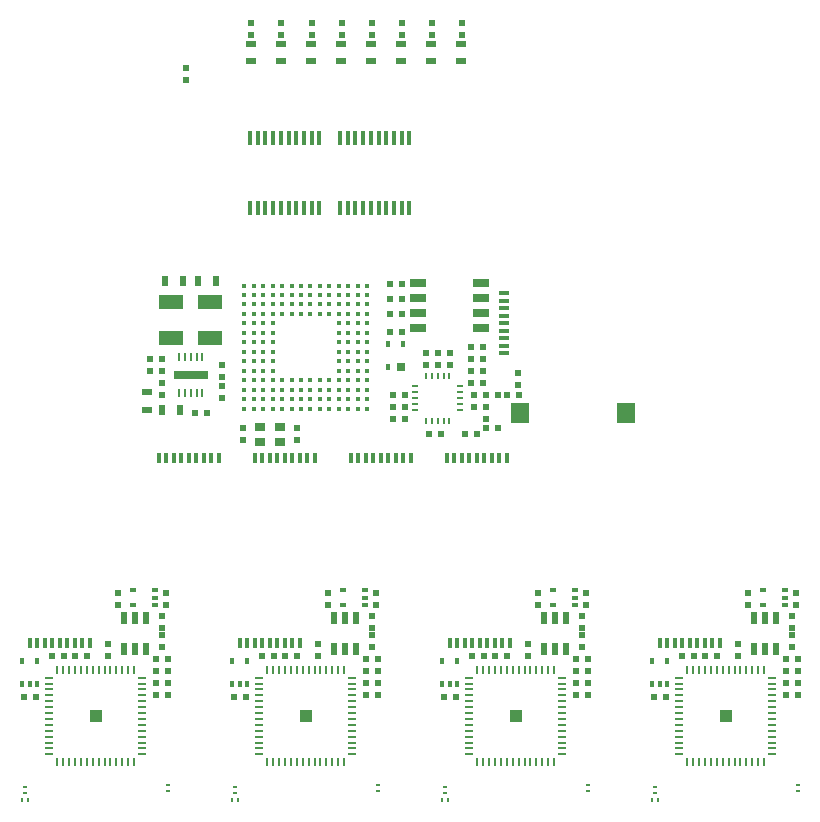
<source format=gtp>
G04 This is an RS-274x file exported by *
G04 gerbv version 2.4.0 *
G04 More information is available about gerbv at *
G04 http://gerbv.gpleda.org/ *
G04 --End of header info--*
%MOIN*%
%FSLAX23Y23*%
%IPPOS*%
G04 --Define apertures--*
%ADD10C,0.0010*%
%ADD11R,0.0106X0.0157*%
%ADD12R,0.0157X0.0106*%
%ADD13R,0.0197X0.0236*%
%ADD14R,0.0236X0.0197*%
%ADD15R,0.0236X0.0354*%
%ADD16R,0.0354X0.0236*%
%ADD17R,0.0827X0.0492*%
%ADD18R,0.0354X0.0315*%
%ADD19R,0.0591X0.0709*%
%ADD20C,0.0160*%
%ADD21R,0.0130X0.1000*%
%ADD22R,0.0130X0.0320*%
%ADD23R,0.0320X0.0130*%
%ADD24R,0.0102X0.0315*%
%ADD25R,0.1181X0.0295*%
%ADD26R,0.0236X0.0098*%
%ADD27R,0.0098X0.0236*%
%ADD28R,0.0256X0.0098*%
%ADD29R,0.0098X0.0256*%
%ADD30R,0.0394X0.0394*%
%ADD31R,0.0165X0.0236*%
%ADD32R,0.0315X0.0276*%
%ADD33R,0.0157X0.0236*%
%ADD34R,0.0236X0.0157*%
%ADD35R,0.0551X0.0276*%
%ADD36R,0.0236X0.0420*%
%ADD37R,0.0138X0.0512*%
G04 --Start main section--*
G54D11*
G01X01755Y-0150D03*
G01X01775Y-0150D03*
G54D12*
G01X01765Y-0125D03*
G01X01765Y-0105D03*
G01X02240Y-0100D03*
G01X02240Y-0120D03*
G54D11*
G01X03155Y-0150D03*
G01X03175Y-0150D03*
G54D12*
G01X03165Y-0125D03*
G01X03165Y-0105D03*
G01X03640Y-0100D03*
G01X03640Y-0120D03*
G54D11*
G01X03855Y-0150D03*
G01X03875Y-0150D03*
G54D12*
G01X03865Y-0125D03*
G01X03865Y-0105D03*
G01X04340Y-0100D03*
G01X04340Y-0120D03*
G54D11*
G01X02455Y-0150D03*
G01X02475Y-0150D03*
G54D12*
G01X02465Y-0125D03*
G01X02465Y-0105D03*
G01X02940Y-0100D03*
G01X02940Y-0120D03*
G54D13*
G01X01855Y00330D03*
G01X01895Y00330D03*
G54D14*
G01X02235Y00540D03*
G01X02235Y00500D03*
G54D13*
G01X01800Y00195D03*
G01X01760Y00195D03*
G54D14*
G01X02220Y00465D03*
G01X02220Y00425D03*
G01X02220Y00360D03*
G01X02220Y00400D03*
G01X02075Y00500D03*
G01X02075Y00540D03*
G01X02040Y00330D03*
G01X02040Y00370D03*
G54D13*
G01X01930Y00330D03*
G01X01970Y00330D03*
G01X02200Y00200D03*
G01X02240Y00200D03*
G01X02200Y00280D03*
G01X02240Y00280D03*
G01X02200Y00320D03*
G01X02240Y00320D03*
G01X02200Y00240D03*
G01X02240Y00240D03*
G01X03255Y00330D03*
G01X03295Y00330D03*
G54D14*
G01X03635Y00540D03*
G01X03635Y00500D03*
G54D13*
G01X03200Y00195D03*
G01X03160Y00195D03*
G54D14*
G01X03620Y00465D03*
G01X03620Y00425D03*
G01X03620Y00360D03*
G01X03620Y00400D03*
G01X03475Y00500D03*
G01X03475Y00540D03*
G01X03440Y00330D03*
G01X03440Y00370D03*
G54D13*
G01X03330Y00330D03*
G01X03370Y00330D03*
G01X03600Y00200D03*
G01X03640Y00200D03*
G01X03600Y00280D03*
G01X03640Y00280D03*
G01X03600Y00320D03*
G01X03640Y00320D03*
G01X03600Y00240D03*
G01X03640Y00240D03*
G01X03955Y00330D03*
G01X03995Y00330D03*
G54D14*
G01X04335Y00540D03*
G01X04335Y00500D03*
G54D13*
G01X03900Y00195D03*
G01X03860Y00195D03*
G54D14*
G01X04320Y00465D03*
G01X04320Y00425D03*
G01X04320Y00360D03*
G01X04320Y00400D03*
G01X04175Y00500D03*
G01X04175Y00540D03*
G01X04140Y00330D03*
G01X04140Y00370D03*
G54D13*
G01X04030Y00330D03*
G01X04070Y00330D03*
G01X04300Y00200D03*
G01X04340Y00200D03*
G01X04300Y00280D03*
G01X04340Y00280D03*
G01X04300Y00320D03*
G01X04340Y00320D03*
G01X04300Y00240D03*
G01X04340Y00240D03*
G01X02555Y00330D03*
G01X02595Y00330D03*
G54D14*
G01X02935Y00540D03*
G01X02935Y00500D03*
G54D13*
G01X02500Y00195D03*
G01X02460Y00195D03*
G54D14*
G01X02920Y00465D03*
G01X02920Y00425D03*
G01X02920Y00360D03*
G01X02920Y00400D03*
G01X02775Y00500D03*
G01X02775Y00540D03*
G01X02740Y00330D03*
G01X02740Y00370D03*
G54D13*
G01X02630Y00330D03*
G01X02670Y00330D03*
G01X02900Y00200D03*
G01X02940Y00200D03*
G01X02900Y00280D03*
G01X02940Y00280D03*
G01X02900Y00320D03*
G01X02940Y00320D03*
G01X02900Y00240D03*
G01X02940Y00240D03*
G54D14*
G01X02490Y01090D03*
G01X02490Y01050D03*
G01X02670Y01050D03*
G01X02670Y01090D03*
G54D13*
G01X03020Y01410D03*
G01X02980Y01410D03*
G54D14*
G01X02420Y01260D03*
G01X02420Y01300D03*
G01X02420Y01190D03*
G01X02420Y01230D03*
G01X02220Y01320D03*
G01X02220Y01280D03*
G01X02220Y01240D03*
G01X02220Y01200D03*
G01X02180Y01280D03*
G01X02180Y01320D03*
G54D13*
G01X02330Y01140D03*
G01X02370Y01140D03*
G54D14*
G01X03100Y01300D03*
G01X03100Y01340D03*
G01X03180Y01300D03*
G01X03180Y01340D03*
G54D13*
G01X03340Y01200D03*
G01X03300Y01200D03*
G54D14*
G01X03260Y01200D03*
G01X03260Y01160D03*
G01X03300Y01120D03*
G01X03300Y01160D03*
G54D13*
G01X03340Y01090D03*
G01X03300Y01090D03*
G01X03230Y01070D03*
G01X03270Y01070D03*
G01X03370Y01200D03*
G01X03410Y01200D03*
G54D14*
G01X03409Y01233D03*
G01X03409Y01272D03*
G54D13*
G01X03290Y01360D03*
G01X03250Y01360D03*
G01X03290Y01320D03*
G01X03250Y01320D03*
G01X03290Y01280D03*
G01X03250Y01280D03*
G01X03290Y01240D03*
G01X03250Y01240D03*
G01X02990Y01120D03*
G01X03030Y01120D03*
G54D14*
G01X03140Y01340D03*
G01X03140Y01300D03*
G54D13*
G01X03150Y01070D03*
G01X03110Y01070D03*
G01X03020Y01520D03*
G01X02980Y01520D03*
G01X03020Y01570D03*
G01X02980Y01570D03*
G01X03020Y01470D03*
G01X02980Y01470D03*
G01X03030Y01160D03*
G01X02990Y01160D03*
G01X03030Y01200D03*
G01X02990Y01200D03*
G54D14*
G01X02300Y02250D03*
G01X02300Y02290D03*
G01X02519Y02441D03*
G01X02519Y02401D03*
G01X02619Y02441D03*
G01X02619Y02401D03*
G01X02720Y02440D03*
G01X02720Y02400D03*
G01X02820Y02440D03*
G01X02820Y02400D03*
G01X03220Y02440D03*
G01X03220Y02400D03*
G01X03120Y02440D03*
G01X03120Y02400D03*
G01X03020Y02440D03*
G01X03020Y02400D03*
G01X02920Y02440D03*
G01X02920Y02400D03*
G54D15*
G01X02290Y01580D03*
G01X02231Y01580D03*
G01X02341Y01580D03*
G01X02400Y01580D03*
G01X02221Y01150D03*
G01X02280Y01150D03*
G54D16*
G01X02170Y01210D03*
G01X02170Y01151D03*
G01X02519Y02312D03*
G01X02519Y02371D03*
G01X02619Y02312D03*
G01X02619Y02371D03*
G01X02719Y02312D03*
G01X02719Y02371D03*
G01X02819Y02312D03*
G01X02819Y02371D03*
G01X03219Y02312D03*
G01X03219Y02371D03*
G01X03119Y02312D03*
G01X03119Y02371D03*
G01X03019Y02312D03*
G01X03019Y02371D03*
G01X02919Y02312D03*
G01X02919Y02371D03*
G54D17*
G01X02250Y01390D03*
G01X02250Y01510D03*
G01X02380Y01390D03*
G01X02380Y01510D03*
G54D18*
G01X02548Y01045D03*
G01X02613Y01045D03*
G01X02613Y01095D03*
G01X02548Y01095D03*
G54D19*
G01X03413Y01140D03*
G01X03767Y01140D03*
G54D20*
G01X02905Y01155D03*
G01X02873Y01155D03*
G01X02842Y01155D03*
G01X02810Y01155D03*
G01X02779Y01155D03*
G01X02747Y01155D03*
G01X02716Y01155D03*
G01X02684Y01155D03*
G01X02653Y01155D03*
G01X02621Y01155D03*
G01X02590Y01155D03*
G01X02558Y01155D03*
G01X02527Y01155D03*
G01X02495Y01155D03*
G01X02905Y01187D03*
G01X02873Y01187D03*
G01X02842Y01187D03*
G01X02810Y01187D03*
G01X02779Y01187D03*
G01X02747Y01187D03*
G01X02716Y01187D03*
G01X02684Y01187D03*
G01X02653Y01187D03*
G01X02621Y01187D03*
G01X02590Y01187D03*
G01X02558Y01187D03*
G01X02527Y01187D03*
G01X02495Y01187D03*
G01X02905Y01218D03*
G01X02873Y01218D03*
G01X02842Y01218D03*
G01X02810Y01218D03*
G01X02779Y01218D03*
G01X02747Y01218D03*
G01X02716Y01218D03*
G01X02684Y01218D03*
G01X02653Y01218D03*
G01X02621Y01218D03*
G01X02590Y01218D03*
G01X02558Y01218D03*
G01X02527Y01218D03*
G01X02495Y01218D03*
G01X02905Y01250D03*
G01X02873Y01250D03*
G01X02842Y01250D03*
G01X02810Y01250D03*
G01X02779Y01250D03*
G01X02747Y01250D03*
G01X02716Y01250D03*
G01X02684Y01250D03*
G01X02653Y01250D03*
G01X02621Y01250D03*
G01X02590Y01250D03*
G01X02558Y01250D03*
G01X02527Y01250D03*
G01X02495Y01250D03*
G01X02905Y01281D03*
G01X02873Y01281D03*
G01X02842Y01281D03*
G01X02810Y01281D03*
G01X02590Y01281D03*
G01X02558Y01281D03*
G01X02527Y01281D03*
G01X02495Y01281D03*
G01X02905Y01313D03*
G01X02873Y01313D03*
G01X02842Y01313D03*
G01X02810Y01313D03*
G01X02590Y01313D03*
G01X02558Y01313D03*
G01X02527Y01313D03*
G01X02495Y01313D03*
G01X02905Y01344D03*
G01X02873Y01344D03*
G01X02842Y01344D03*
G01X02810Y01344D03*
G01X02590Y01344D03*
G01X02558Y01344D03*
G01X02527Y01344D03*
G01X02495Y01344D03*
G01X02905Y01376D03*
G01X02873Y01376D03*
G01X02842Y01376D03*
G01X02810Y01376D03*
G01X02590Y01376D03*
G01X02558Y01376D03*
G01X02527Y01376D03*
G01X02495Y01376D03*
G01X02905Y01407D03*
G01X02873Y01407D03*
G01X02842Y01407D03*
G01X02810Y01407D03*
G01X02590Y01407D03*
G01X02558Y01407D03*
G01X02527Y01407D03*
G01X02495Y01407D03*
G01X02905Y01439D03*
G01X02873Y01439D03*
G01X02842Y01439D03*
G01X02810Y01439D03*
G01X02590Y01439D03*
G01X02558Y01439D03*
G01X02527Y01439D03*
G01X02495Y01439D03*
G01X02905Y01470D03*
G01X02873Y01470D03*
G01X02842Y01470D03*
G01X02810Y01470D03*
G01X02779Y01470D03*
G01X02747Y01470D03*
G01X02716Y01470D03*
G01X02684Y01470D03*
G01X02653Y01470D03*
G01X02621Y01470D03*
G01X02590Y01470D03*
G01X02558Y01470D03*
G01X02527Y01470D03*
G01X02495Y01470D03*
G01X02905Y01502D03*
G01X02873Y01502D03*
G01X02842Y01502D03*
G01X02810Y01502D03*
G01X02779Y01502D03*
G01X02747Y01502D03*
G01X02716Y01502D03*
G01X02684Y01502D03*
G01X02653Y01502D03*
G01X02621Y01502D03*
G01X02590Y01502D03*
G01X02558Y01502D03*
G01X02527Y01502D03*
G01X02495Y01502D03*
G01X02905Y01533D03*
G01X02873Y01533D03*
G01X02842Y01533D03*
G01X02810Y01533D03*
G01X02779Y01533D03*
G01X02747Y01533D03*
G01X02716Y01533D03*
G01X02684Y01533D03*
G01X02653Y01533D03*
G01X02621Y01533D03*
G01X02590Y01533D03*
G01X02558Y01533D03*
G01X02527Y01533D03*
G01X02495Y01533D03*
G01X02905Y01565D03*
G01X02873Y01565D03*
G01X02842Y01565D03*
G01X02810Y01565D03*
G01X02779Y01565D03*
G01X02747Y01565D03*
G01X02716Y01565D03*
G01X02684Y01565D03*
G01X02653Y01565D03*
G01X02621Y01565D03*
G01X02590Y01565D03*
G01X02558Y01565D03*
G01X02527Y01565D03*
G01X02495Y01565D03*
G54D22*
G01X01980Y00375D03*
G01X01955Y00375D03*
G01X01930Y00375D03*
G01X01905Y00375D03*
G01X01880Y00375D03*
G01X01855Y00375D03*
G01X01830Y00375D03*
G01X01805Y00375D03*
G01X01780Y00375D03*
G01X02210Y00990D03*
G01X02235Y00990D03*
G01X02260Y00990D03*
G01X02285Y00990D03*
G01X02310Y00990D03*
G01X02335Y00990D03*
G01X02360Y00990D03*
G01X02385Y00990D03*
G01X02410Y00990D03*
G01X03380Y00375D03*
G01X03355Y00375D03*
G01X03330Y00375D03*
G01X03305Y00375D03*
G01X03280Y00375D03*
G01X03255Y00375D03*
G01X03230Y00375D03*
G01X03205Y00375D03*
G01X03180Y00375D03*
G01X02850Y00990D03*
G01X02875Y00990D03*
G01X02900Y00990D03*
G01X02925Y00990D03*
G01X02950Y00990D03*
G01X02975Y00990D03*
G01X03000Y00990D03*
G01X03025Y00990D03*
G01X03050Y00990D03*
G01X04080Y00375D03*
G01X04055Y00375D03*
G01X04030Y00375D03*
G01X04005Y00375D03*
G01X03980Y00375D03*
G01X03955Y00375D03*
G01X03930Y00375D03*
G01X03905Y00375D03*
G01X03880Y00375D03*
G01X03170Y00990D03*
G01X03195Y00990D03*
G01X03220Y00990D03*
G01X03245Y00990D03*
G01X03270Y00990D03*
G01X03295Y00990D03*
G01X03320Y00990D03*
G01X03345Y00990D03*
G01X03370Y00990D03*
G01X02680Y00375D03*
G01X02655Y00375D03*
G01X02630Y00375D03*
G01X02605Y00375D03*
G01X02580Y00375D03*
G01X02555Y00375D03*
G01X02530Y00375D03*
G01X02505Y00375D03*
G01X02480Y00375D03*
G01X02530Y00990D03*
G01X02555Y00990D03*
G01X02580Y00990D03*
G01X02605Y00990D03*
G01X02630Y00990D03*
G01X02655Y00990D03*
G01X02680Y00990D03*
G01X02705Y00990D03*
G01X02730Y00990D03*
G54D23*
G01X03360Y01340D03*
G01X03360Y01365D03*
G01X03360Y01390D03*
G01X03360Y01415D03*
G01X03360Y01440D03*
G01X03360Y01465D03*
G01X03360Y01490D03*
G01X03360Y01515D03*
G01X03360Y01540D03*
G54D24*
G01X02278Y01208D03*
G01X02297Y01208D03*
G01X02317Y01208D03*
G01X02337Y01208D03*
G01X02356Y01208D03*
G01X02356Y01326D03*
G01X02337Y01326D03*
G01X02317Y01326D03*
G01X02297Y01326D03*
G01X02278Y01326D03*
G54D25*
G01X02317Y01267D03*
G54D26*
G01X03065Y01190D03*
G01X03065Y01210D03*
G01X03065Y01229D03*
G01X03065Y01170D03*
G01X03065Y01151D03*
G01X03215Y01229D03*
G01X03215Y01210D03*
G01X03215Y01190D03*
G01X03215Y01170D03*
G01X03215Y01151D03*
G54D27*
G01X03140Y01265D03*
G01X03160Y01265D03*
G01X03179Y01265D03*
G01X03120Y01265D03*
G01X03101Y01265D03*
G01X03140Y01115D03*
G01X03160Y01115D03*
G01X03179Y01115D03*
G01X03120Y01115D03*
G01X03101Y01115D03*
G54D28*
G01X02155Y00002D03*
G01X02155Y00022D03*
G01X02155Y00041D03*
G01X02155Y00061D03*
G01X02155Y00081D03*
G01X02155Y00101D03*
G01X02155Y00120D03*
G01X02155Y00140D03*
G01X02155Y00160D03*
G01X02155Y00179D03*
G01X02155Y00199D03*
G01X02155Y00219D03*
G01X02155Y00238D03*
G01X02155Y00258D03*
G01X01846Y00258D03*
G01X01846Y00238D03*
G01X01846Y00219D03*
G01X01846Y00199D03*
G01X01846Y00179D03*
G01X01846Y00160D03*
G01X01846Y00140D03*
G01X01846Y00120D03*
G01X01846Y00101D03*
G01X01846Y00081D03*
G01X01846Y00061D03*
G01X01846Y00041D03*
G01X01846Y00022D03*
G01X01846Y00002D03*
G54D29*
G01X01892Y-0024D03*
G01X01912Y-0024D03*
G01X01931Y-0024D03*
G01X01951Y-0024D03*
G01X01971Y-0024D03*
G01X01990Y-0024D03*
G01X02010Y-0024D03*
G01X02030Y-0024D03*
G01X02049Y-0024D03*
G01X02069Y-0024D03*
G01X02089Y-0024D03*
G01X02108Y-0024D03*
G01X02128Y-0024D03*
G01X02128Y00285D03*
G01X02108Y00285D03*
G01X02089Y00285D03*
G01X02069Y00285D03*
G01X02049Y00285D03*
G01X02030Y00285D03*
G01X02010Y00285D03*
G01X01990Y00285D03*
G01X01970Y00285D03*
G01X01951Y00285D03*
G01X01931Y00285D03*
G01X01911Y00285D03*
G01X01892Y00285D03*
G01X01872Y00285D03*
G01X01872Y-0024D03*
G54D30*
G01X02000Y00130D03*
G54D28*
G01X03555Y00002D03*
G01X03555Y00022D03*
G01X03555Y00041D03*
G01X03555Y00061D03*
G01X03555Y00081D03*
G01X03555Y00101D03*
G01X03555Y00120D03*
G01X03555Y00140D03*
G01X03555Y00160D03*
G01X03555Y00179D03*
G01X03555Y00199D03*
G01X03555Y00219D03*
G01X03555Y00238D03*
G01X03555Y00258D03*
G01X03246Y00258D03*
G01X03246Y00238D03*
G01X03246Y00219D03*
G01X03246Y00199D03*
G01X03246Y00179D03*
G01X03246Y00160D03*
G01X03246Y00140D03*
G01X03246Y00120D03*
G01X03246Y00101D03*
G01X03246Y00081D03*
G01X03246Y00061D03*
G01X03246Y00041D03*
G01X03246Y00022D03*
G01X03246Y00002D03*
G54D29*
G01X03292Y-0024D03*
G01X03312Y-0024D03*
G01X03331Y-0024D03*
G01X03351Y-0024D03*
G01X03371Y-0024D03*
G01X03390Y-0024D03*
G01X03410Y-0024D03*
G01X03430Y-0024D03*
G01X03449Y-0024D03*
G01X03469Y-0024D03*
G01X03489Y-0024D03*
G01X03508Y-0024D03*
G01X03528Y-0024D03*
G01X03528Y00285D03*
G01X03508Y00285D03*
G01X03489Y00285D03*
G01X03469Y00285D03*
G01X03449Y00285D03*
G01X03430Y00285D03*
G01X03410Y00285D03*
G01X03390Y00285D03*
G01X03370Y00285D03*
G01X03351Y00285D03*
G01X03331Y00285D03*
G01X03311Y00285D03*
G01X03292Y00285D03*
G01X03272Y00285D03*
G01X03272Y-0024D03*
G54D30*
G01X03400Y00130D03*
G54D28*
G01X04255Y00002D03*
G01X04255Y00022D03*
G01X04255Y00041D03*
G01X04255Y00061D03*
G01X04255Y00081D03*
G01X04255Y00101D03*
G01X04255Y00120D03*
G01X04255Y00140D03*
G01X04255Y00160D03*
G01X04255Y00179D03*
G01X04255Y00199D03*
G01X04255Y00219D03*
G01X04255Y00238D03*
G01X04255Y00258D03*
G01X03946Y00258D03*
G01X03946Y00238D03*
G01X03946Y00219D03*
G01X03946Y00199D03*
G01X03946Y00179D03*
G01X03946Y00160D03*
G01X03946Y00140D03*
G01X03946Y00120D03*
G01X03946Y00101D03*
G01X03946Y00081D03*
G01X03946Y00061D03*
G01X03946Y00041D03*
G01X03946Y00022D03*
G01X03946Y00002D03*
G54D29*
G01X03992Y-0024D03*
G01X04012Y-0024D03*
G01X04031Y-0024D03*
G01X04051Y-0024D03*
G01X04071Y-0024D03*
G01X04090Y-0024D03*
G01X04110Y-0024D03*
G01X04130Y-0024D03*
G01X04149Y-0024D03*
G01X04169Y-0024D03*
G01X04189Y-0024D03*
G01X04208Y-0024D03*
G01X04228Y-0024D03*
G01X04228Y00285D03*
G01X04208Y00285D03*
G01X04189Y00285D03*
G01X04169Y00285D03*
G01X04149Y00285D03*
G01X04130Y00285D03*
G01X04110Y00285D03*
G01X04090Y00285D03*
G01X04070Y00285D03*
G01X04051Y00285D03*
G01X04031Y00285D03*
G01X04011Y00285D03*
G01X03992Y00285D03*
G01X03972Y00285D03*
G01X03972Y-0024D03*
G54D30*
G01X04100Y00130D03*
G54D28*
G01X02855Y00002D03*
G01X02855Y00022D03*
G01X02855Y00041D03*
G01X02855Y00061D03*
G01X02855Y00081D03*
G01X02855Y00101D03*
G01X02855Y00120D03*
G01X02855Y00140D03*
G01X02855Y00160D03*
G01X02855Y00179D03*
G01X02855Y00199D03*
G01X02855Y00219D03*
G01X02855Y00238D03*
G01X02855Y00258D03*
G01X02546Y00258D03*
G01X02546Y00238D03*
G01X02546Y00219D03*
G01X02546Y00199D03*
G01X02546Y00179D03*
G01X02546Y00160D03*
G01X02546Y00140D03*
G01X02546Y00120D03*
G01X02546Y00101D03*
G01X02546Y00081D03*
G01X02546Y00061D03*
G01X02546Y00041D03*
G01X02546Y00022D03*
G01X02546Y00002D03*
G54D29*
G01X02592Y-0024D03*
G01X02612Y-0024D03*
G01X02631Y-0024D03*
G01X02651Y-0024D03*
G01X02671Y-0024D03*
G01X02690Y-0024D03*
G01X02710Y-0024D03*
G01X02730Y-0024D03*
G01X02749Y-0024D03*
G01X02769Y-0024D03*
G01X02789Y-0024D03*
G01X02808Y-0024D03*
G01X02828Y-0024D03*
G01X02828Y00285D03*
G01X02808Y00285D03*
G01X02789Y00285D03*
G01X02769Y00285D03*
G01X02749Y00285D03*
G01X02730Y00285D03*
G01X02710Y00285D03*
G01X02690Y00285D03*
G01X02670Y00285D03*
G01X02651Y00285D03*
G01X02631Y00285D03*
G01X02611Y00285D03*
G01X02592Y00285D03*
G01X02572Y00285D03*
G01X02572Y-0024D03*
G54D30*
G01X02700Y00130D03*
G54D31*
G01X02974Y01292D03*
G54D32*
G01X03019Y01292D03*
G54D31*
G01X03025Y01370D03*
G01X02974Y01370D03*
G54D33*
G01X01754Y00238D03*
G01X01780Y00238D03*
G01X01806Y00238D03*
G01X01806Y00312D03*
G01X01754Y00312D03*
G54D34*
G01X02197Y00499D03*
G01X02197Y00525D03*
G01X02197Y00551D03*
G01X02123Y00551D03*
G01X02123Y00499D03*
G54D33*
G01X03154Y00238D03*
G01X03180Y00238D03*
G01X03206Y00238D03*
G01X03206Y00312D03*
G01X03154Y00312D03*
G54D34*
G01X03597Y00499D03*
G01X03597Y00525D03*
G01X03597Y00551D03*
G01X03523Y00551D03*
G01X03523Y00499D03*
G54D33*
G01X03854Y00238D03*
G01X03880Y00238D03*
G01X03906Y00238D03*
G01X03906Y00312D03*
G01X03854Y00312D03*
G54D34*
G01X04297Y00499D03*
G01X04297Y00525D03*
G01X04297Y00551D03*
G01X04223Y00551D03*
G01X04223Y00499D03*
G54D33*
G01X02454Y00238D03*
G01X02480Y00238D03*
G01X02506Y00238D03*
G01X02506Y00312D03*
G01X02454Y00312D03*
G54D34*
G01X02897Y00499D03*
G01X02897Y00525D03*
G01X02897Y00551D03*
G01X02823Y00551D03*
G01X02823Y00499D03*
G54D35*
G01X03074Y01575D03*
G01X03074Y01525D03*
G01X03074Y01475D03*
G01X03074Y01425D03*
G01X03286Y01425D03*
G01X03286Y01475D03*
G01X03286Y01525D03*
G01X03286Y01575D03*
G54D36*
G01X02093Y00354D03*
G01X02130Y00354D03*
G01X02167Y00354D03*
G01X02167Y00456D03*
G01X02130Y00456D03*
G01X02093Y00456D03*
G01X03493Y00354D03*
G01X03530Y00354D03*
G01X03567Y00354D03*
G01X03567Y00456D03*
G01X03530Y00456D03*
G01X03493Y00456D03*
G01X04193Y00354D03*
G01X04230Y00354D03*
G01X04267Y00354D03*
G01X04267Y00456D03*
G01X04230Y00456D03*
G01X04193Y00456D03*
G01X02793Y00354D03*
G01X02830Y00354D03*
G01X02867Y00354D03*
G01X02867Y00456D03*
G01X02830Y00456D03*
G01X02793Y00456D03*
G54D37*
G01X02745Y02057D03*
G01X02720Y02057D03*
G01X02694Y02057D03*
G01X02668Y02057D03*
G01X02643Y02057D03*
G01X02617Y02057D03*
G01X02592Y02057D03*
G01X02566Y02057D03*
G01X02540Y02057D03*
G01X02515Y02057D03*
G01X02515Y01823D03*
G01X02540Y01823D03*
G01X02566Y01823D03*
G01X02592Y01823D03*
G01X02617Y01823D03*
G01X02643Y01823D03*
G01X02668Y01823D03*
G01X02694Y01823D03*
G01X02720Y01823D03*
G01X02745Y01823D03*
G01X02815Y01823D03*
G01X02840Y01823D03*
G01X02866Y01823D03*
G01X02892Y01823D03*
G01X02917Y01823D03*
G01X02943Y01823D03*
G01X02968Y01823D03*
G01X02994Y01823D03*
G01X03020Y01823D03*
G01X03045Y01823D03*
G01X03045Y02057D03*
G01X03020Y02057D03*
G01X02994Y02057D03*
G01X02968Y02057D03*
G01X02943Y02057D03*
G01X02917Y02057D03*
G01X02892Y02057D03*
G01X02866Y02057D03*
G01X02840Y02057D03*
G01X02815Y02057D03*
M02*

</source>
